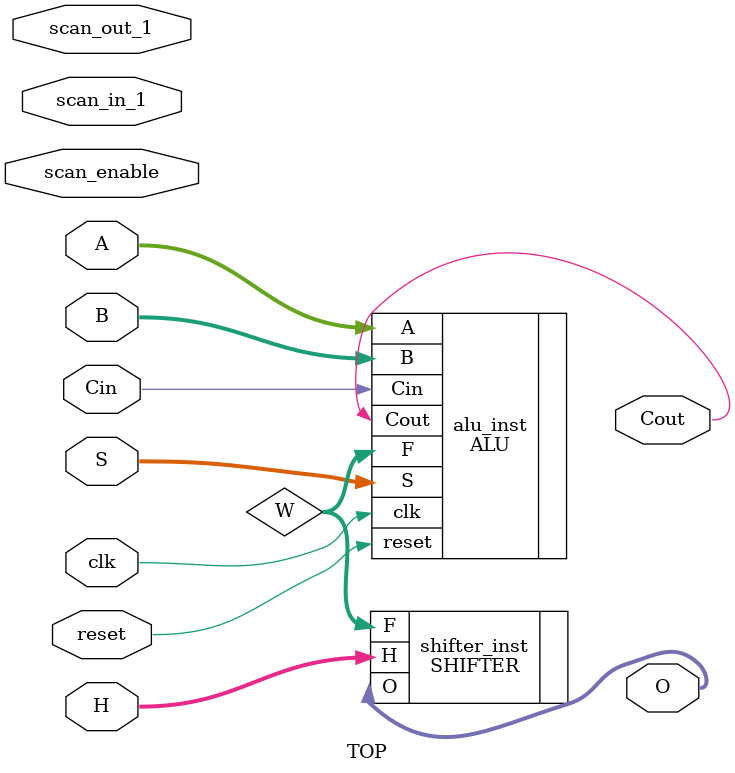
<source format=v>
/*
module TOP(A,B,S,Cin,H,clk,reset,Cout,F,O);
input A,B,S,Cin,H,clk,reset;
input [3:0]F;
output Cout;
output [3:0]O;

ALU alu(.A(A),.B(B),.S(S),.Cin(Cin),.clk(clk),.reset(reset),.F(F),.Cout(Cout));
SHIFTER shifter(.F(F),.H(H),.O(O));
endmodule
*/

module TOP (
	input [3:0] A,
	input [3:0] B,
	input [2:0] S,
	input Cin,
	input clk,
	input reset,
	input [1:0] H,
	output Cout,
	output [3:0]O,
	inout scan_in_1,
	inout scan_out_1,
	inout scan_enable
	);
wire [3:0]W;

ALU alu_inst (
	.A(A),
	.B(B),
	.S(S),
	.Cin(Cin),
	.clk(clk),
	.reset(reset),
	.Cout(Cout),
	.F(W)
	);

SHIFTER shifter_inst (
	.F(W),
	.H(H),
	.O(O)
	);
endmodule

</source>
